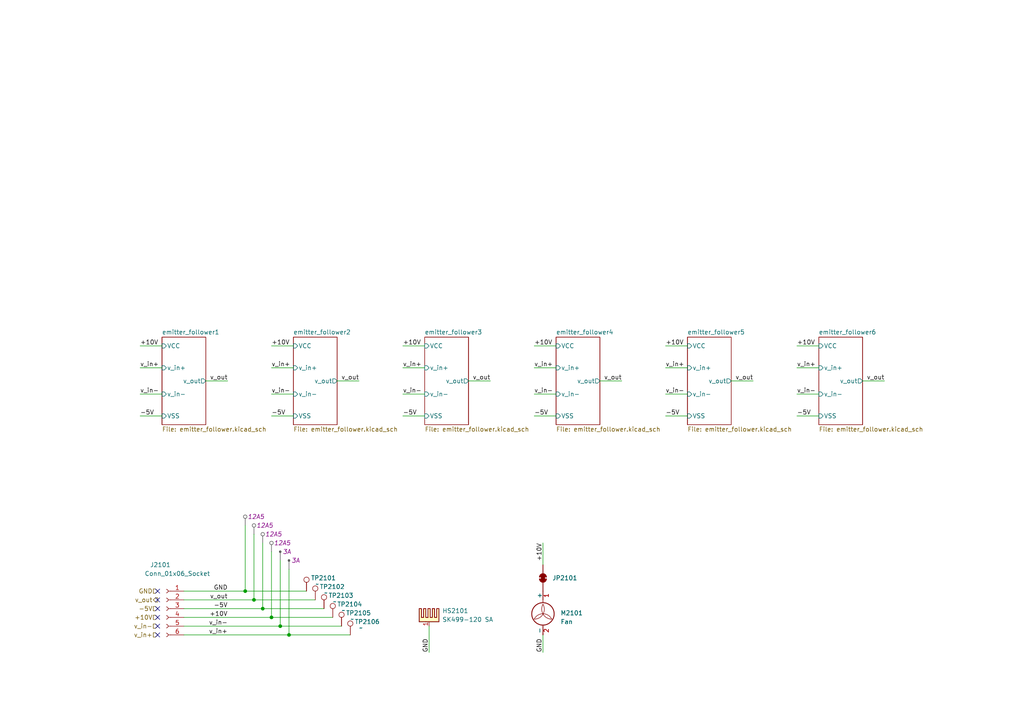
<source format=kicad_sch>
(kicad_sch
	(version 20231120)
	(generator "eeschema")
	(generator_version "8.0")
	(uuid "ec1c9453-60c2-4957-8c12-309aaeb84109")
	(paper "A4")
	(title_block
		(title "Power Supply Sink")
		(date "2024-12-09")
		(rev "0.13.8")
		(company "Open Battery Tester")
		(comment 1 "Outstage Unit")
	)
	(lib_symbols
		(symbol "pss:Conn_01x06_Socket"
			(pin_names
				(offset 1.016) hide)
			(exclude_from_sim no)
			(in_bom yes)
			(on_board yes)
			(property "Reference" "J"
				(at 0 7.62 0)
				(effects
					(font
						(size 1.27 1.27)
					)
				)
			)
			(property "Value" "Conn_01x06_Socket"
				(at 0 -10.16 0)
				(effects
					(font
						(size 1.27 1.27)
					)
				)
			)
			(property "Footprint" ""
				(at 0 0 0)
				(effects
					(font
						(size 1.27 1.27)
					)
					(hide yes)
				)
			)
			(property "Datasheet" "~"
				(at 0 0 0)
				(effects
					(font
						(size 1.27 1.27)
					)
					(hide yes)
				)
			)
			(property "Description" "Generic connector, single row, 01x06, script generated"
				(at 0 0 0)
				(effects
					(font
						(size 1.27 1.27)
					)
					(hide yes)
				)
			)
			(property "ki_locked" ""
				(at 0 0 0)
				(effects
					(font
						(size 1.27 1.27)
					)
				)
			)
			(property "ki_keywords" "connector"
				(at 0 0 0)
				(effects
					(font
						(size 1.27 1.27)
					)
					(hide yes)
				)
			)
			(property "ki_fp_filters" "Connector*:*_1x??_*"
				(at 0 0 0)
				(effects
					(font
						(size 1.27 1.27)
					)
					(hide yes)
				)
			)
			(symbol "Conn_01x06_Socket_1_1"
				(arc
					(start 0 -7.112)
					(mid -0.5058 -7.62)
					(end 0 -8.128)
					(stroke
						(width 0.1524)
						(type default)
					)
					(fill
						(type none)
					)
				)
				(arc
					(start 0 -4.572)
					(mid -0.5058 -5.08)
					(end 0 -5.588)
					(stroke
						(width 0.1524)
						(type default)
					)
					(fill
						(type none)
					)
				)
				(arc
					(start 0 -2.032)
					(mid -0.5058 -2.54)
					(end 0 -3.048)
					(stroke
						(width 0.1524)
						(type default)
					)
					(fill
						(type none)
					)
				)
				(polyline
					(pts
						(xy -1.27 -7.62) (xy -0.508 -7.62)
					)
					(stroke
						(width 0.1524)
						(type default)
					)
					(fill
						(type none)
					)
				)
				(polyline
					(pts
						(xy -1.27 -5.08) (xy -0.508 -5.08)
					)
					(stroke
						(width 0.1524)
						(type default)
					)
					(fill
						(type none)
					)
				)
				(polyline
					(pts
						(xy -1.27 -2.54) (xy -0.508 -2.54)
					)
					(stroke
						(width 0.1524)
						(type default)
					)
					(fill
						(type none)
					)
				)
				(polyline
					(pts
						(xy -1.27 0) (xy -0.508 0)
					)
					(stroke
						(width 0.1524)
						(type default)
					)
					(fill
						(type none)
					)
				)
				(polyline
					(pts
						(xy -1.27 2.54) (xy -0.508 2.54)
					)
					(stroke
						(width 0.1524)
						(type default)
					)
					(fill
						(type none)
					)
				)
				(polyline
					(pts
						(xy -1.27 5.08) (xy -0.508 5.08)
					)
					(stroke
						(width 0.1524)
						(type default)
					)
					(fill
						(type none)
					)
				)
				(arc
					(start 0 0.508)
					(mid -0.5058 0)
					(end 0 -0.508)
					(stroke
						(width 0.1524)
						(type default)
					)
					(fill
						(type none)
					)
				)
				(arc
					(start 0 3.048)
					(mid -0.5058 2.54)
					(end 0 2.032)
					(stroke
						(width 0.1524)
						(type default)
					)
					(fill
						(type none)
					)
				)
				(arc
					(start 0 5.588)
					(mid -0.5058 5.08)
					(end 0 4.572)
					(stroke
						(width 0.1524)
						(type default)
					)
					(fill
						(type none)
					)
				)
				(pin passive line
					(at -5.08 5.08 0)
					(length 3.81)
					(name "Pin_1"
						(effects
							(font
								(size 1.27 1.27)
							)
						)
					)
					(number "1"
						(effects
							(font
								(size 1.27 1.27)
							)
						)
					)
				)
				(pin passive line
					(at -5.08 2.54 0)
					(length 3.81)
					(name "Pin_2"
						(effects
							(font
								(size 1.27 1.27)
							)
						)
					)
					(number "2"
						(effects
							(font
								(size 1.27 1.27)
							)
						)
					)
				)
				(pin passive line
					(at -5.08 0 0)
					(length 3.81)
					(name "Pin_3"
						(effects
							(font
								(size 1.27 1.27)
							)
						)
					)
					(number "3"
						(effects
							(font
								(size 1.27 1.27)
							)
						)
					)
				)
				(pin passive line
					(at -5.08 -2.54 0)
					(length 3.81)
					(name "Pin_4"
						(effects
							(font
								(size 1.27 1.27)
							)
						)
					)
					(number "4"
						(effects
							(font
								(size 1.27 1.27)
							)
						)
					)
				)
				(pin passive line
					(at -5.08 -5.08 0)
					(length 3.81)
					(name "Pin_5"
						(effects
							(font
								(size 1.27 1.27)
							)
						)
					)
					(number "5"
						(effects
							(font
								(size 1.27 1.27)
							)
						)
					)
				)
				(pin passive line
					(at -5.08 -7.62 0)
					(length 3.81)
					(name "Pin_6"
						(effects
							(font
								(size 1.27 1.27)
							)
						)
					)
					(number "6"
						(effects
							(font
								(size 1.27 1.27)
							)
						)
					)
				)
			)
		)
		(symbol "pss:Fan"
			(pin_names
				(offset 0)
			)
			(exclude_from_sim no)
			(in_bom yes)
			(on_board yes)
			(property "Reference" "M"
				(at 2.54 5.08 0)
				(effects
					(font
						(size 1.27 1.27)
					)
					(justify left)
				)
			)
			(property "Value" "Fan"
				(at 2.54 -2.54 0)
				(effects
					(font
						(size 1.27 1.27)
					)
					(justify left top)
				)
			)
			(property "Footprint" ""
				(at 0 0.254 0)
				(effects
					(font
						(size 1.27 1.27)
					)
					(hide yes)
				)
			)
			(property "Datasheet" "~"
				(at 0 0.254 0)
				(effects
					(font
						(size 1.27 1.27)
					)
					(hide yes)
				)
			)
			(property "Description" "Fan"
				(at 0 0 0)
				(effects
					(font
						(size 1.27 1.27)
					)
					(hide yes)
				)
			)
			(property "ki_keywords" "Fan Motor"
				(at 0 0 0)
				(effects
					(font
						(size 1.27 1.27)
					)
					(hide yes)
				)
			)
			(property "ki_fp_filters" "PinHeader*P2.54mm* TerminalBlock*"
				(at 0 0 0)
				(effects
					(font
						(size 1.27 1.27)
					)
					(hide yes)
				)
			)
			(symbol "Fan_0_1"
				(arc
					(start -2.54 -0.508)
					(mid 0.0028 0.9121)
					(end 0 3.81)
					(stroke
						(width 0)
						(type default)
					)
					(fill
						(type none)
					)
				)
				(polyline
					(pts
						(xy 0 -5.08) (xy 0 -4.572)
					)
					(stroke
						(width 0)
						(type default)
					)
					(fill
						(type none)
					)
				)
				(polyline
					(pts
						(xy 0 -2.2352) (xy 0 -2.6416)
					)
					(stroke
						(width 0)
						(type default)
					)
					(fill
						(type none)
					)
				)
				(polyline
					(pts
						(xy 0 4.2672) (xy 0 4.6228)
					)
					(stroke
						(width 0)
						(type default)
					)
					(fill
						(type none)
					)
				)
				(polyline
					(pts
						(xy 0 4.572) (xy 0 5.08)
					)
					(stroke
						(width 0)
						(type default)
					)
					(fill
						(type none)
					)
				)
				(circle
					(center 0 1.016)
					(radius 3.2512)
					(stroke
						(width 0.254)
						(type default)
					)
					(fill
						(type none)
					)
				)
				(arc
					(start 0 3.81)
					(mid 0.053 0.921)
					(end 2.54 -0.508)
					(stroke
						(width 0)
						(type default)
					)
					(fill
						(type none)
					)
				)
				(arc
					(start 2.54 -0.508)
					(mid 0 1.0618)
					(end -2.54 -0.508)
					(stroke
						(width 0)
						(type default)
					)
					(fill
						(type none)
					)
				)
			)
			(symbol "Fan_1_1"
				(pin passive line
					(at 0 7.62 270)
					(length 2.54)
					(name "+"
						(effects
							(font
								(size 1.27 1.27)
							)
						)
					)
					(number "1"
						(effects
							(font
								(size 1.27 1.27)
							)
						)
					)
				)
				(pin passive line
					(at 0 -5.08 90)
					(length 2.54)
					(name "-"
						(effects
							(font
								(size 1.27 1.27)
							)
						)
					)
					(number "2"
						(effects
							(font
								(size 1.27 1.27)
							)
						)
					)
				)
			)
		)
		(symbol "pss:Heatsink_Pad"
			(pin_names
				(offset 0)
			)
			(exclude_from_sim yes)
			(in_bom yes)
			(on_board yes)
			(property "Reference" "HS"
				(at 0 5.715 0)
				(effects
					(font
						(size 1.27 1.27)
					)
				)
			)
			(property "Value" "Heatsink_Pad"
				(at 0 3.81 0)
				(effects
					(font
						(size 1.27 1.27)
					)
				)
			)
			(property "Footprint" ""
				(at 0.3048 -1.27 0)
				(effects
					(font
						(size 1.27 1.27)
					)
					(hide yes)
				)
			)
			(property "Datasheet" "~"
				(at 0.3048 -1.27 0)
				(effects
					(font
						(size 1.27 1.27)
					)
					(hide yes)
				)
			)
			(property "Description" "Heatsink with electrical connection, 1 pin"
				(at 0 0 0)
				(effects
					(font
						(size 1.27 1.27)
					)
					(hide yes)
				)
			)
			(property "ki_keywords" "thermal heat temperature"
				(at 0 0 0)
				(effects
					(font
						(size 1.27 1.27)
					)
					(hide yes)
				)
			)
			(property "ki_fp_filters" "Heatsink_*"
				(at 0 0 0)
				(effects
					(font
						(size 1.27 1.27)
					)
					(hide yes)
				)
			)
			(symbol "Heatsink_Pad_0_1"
				(polyline
					(pts
						(xy -0.3302 0) (xy -0.9652 0) (xy -0.9652 2.54) (xy -1.6002 2.54) (xy -1.6002 0) (xy -2.2352 0)
						(xy -2.2352 2.54) (xy -2.8702 2.54) (xy -2.8702 -1.27) (xy -0.9652 -1.27)
					)
					(stroke
						(width 0.254)
						(type default)
					)
					(fill
						(type background)
					)
				)
				(polyline
					(pts
						(xy -0.3302 0) (xy -0.3302 2.54) (xy 0.3048 2.54) (xy 0.3048 0) (xy 0.9398 0) (xy 0.9398 2.54)
						(xy 1.5748 2.54) (xy 1.5748 0) (xy 2.2098 0) (xy 2.2098 2.54) (xy 2.8448 2.54) (xy 2.8448 -1.27)
						(xy -0.9652 -1.27)
					)
					(stroke
						(width 0.254)
						(type default)
					)
					(fill
						(type background)
					)
				)
			)
			(symbol "Heatsink_Pad_1_1"
				(pin passive line
					(at 0 -2.54 90)
					(length 1.27)
					(name "~"
						(effects
							(font
								(size 1.27 1.27)
							)
						)
					)
					(number "1"
						(effects
							(font
								(size 1.27 1.27)
							)
						)
					)
				)
			)
		)
		(symbol "pss:SolderJumper_2_Bridged"
			(pin_numbers hide)
			(pin_names
				(offset 0) hide)
			(exclude_from_sim yes)
			(in_bom no)
			(on_board yes)
			(property "Reference" "JP"
				(at 0 2.032 0)
				(effects
					(font
						(size 1.27 1.27)
					)
				)
			)
			(property "Value" "SolderJumper_2_Bridged"
				(at 0 -2.54 0)
				(effects
					(font
						(size 1.27 1.27)
					)
				)
			)
			(property "Footprint" ""
				(at 0 0 0)
				(effects
					(font
						(size 1.27 1.27)
					)
					(hide yes)
				)
			)
			(property "Datasheet" "~"
				(at 0 0 0)
				(effects
					(font
						(size 1.27 1.27)
					)
					(hide yes)
				)
			)
			(property "Description" "Solder Jumper, 2-pole, closed/bridged"
				(at 0 0 0)
				(effects
					(font
						(size 1.27 1.27)
					)
					(hide yes)
				)
			)
			(property "ki_keywords" "solder jumper SPST"
				(at 0 0 0)
				(effects
					(font
						(size 1.27 1.27)
					)
					(hide yes)
				)
			)
			(property "ki_fp_filters" "SolderJumper*Bridged*"
				(at 0 0 0)
				(effects
					(font
						(size 1.27 1.27)
					)
					(hide yes)
				)
			)
			(symbol "SolderJumper_2_Bridged_0_1"
				(rectangle
					(start -0.508 0.508)
					(end 0.508 -0.508)
					(stroke
						(width 0)
						(type default)
					)
					(fill
						(type outline)
					)
				)
				(arc
					(start -0.254 1.016)
					(mid -1.2656 0)
					(end -0.254 -1.016)
					(stroke
						(width 0)
						(type default)
					)
					(fill
						(type none)
					)
				)
				(arc
					(start -0.254 1.016)
					(mid -1.2656 0)
					(end -0.254 -1.016)
					(stroke
						(width 0)
						(type default)
					)
					(fill
						(type outline)
					)
				)
				(polyline
					(pts
						(xy -0.254 1.016) (xy -0.254 -1.016)
					)
					(stroke
						(width 0)
						(type default)
					)
					(fill
						(type none)
					)
				)
				(polyline
					(pts
						(xy 0.254 1.016) (xy 0.254 -1.016)
					)
					(stroke
						(width 0)
						(type default)
					)
					(fill
						(type none)
					)
				)
				(arc
					(start 0.254 -1.016)
					(mid 1.2656 0)
					(end 0.254 1.016)
					(stroke
						(width 0)
						(type default)
					)
					(fill
						(type none)
					)
				)
				(arc
					(start 0.254 -1.016)
					(mid 1.2656 0)
					(end 0.254 1.016)
					(stroke
						(width 0)
						(type default)
					)
					(fill
						(type outline)
					)
				)
			)
			(symbol "SolderJumper_2_Bridged_1_1"
				(pin passive line
					(at -3.81 0 0)
					(length 2.54)
					(name "A"
						(effects
							(font
								(size 1.27 1.27)
							)
						)
					)
					(number "1"
						(effects
							(font
								(size 1.27 1.27)
							)
						)
					)
				)
				(pin passive line
					(at 3.81 0 180)
					(length 2.54)
					(name "B"
						(effects
							(font
								(size 1.27 1.27)
							)
						)
					)
					(number "2"
						(effects
							(font
								(size 1.27 1.27)
							)
						)
					)
				)
			)
		)
		(symbol "pss:TestPoint"
			(pin_numbers hide)
			(pin_names
				(offset 0.762) hide)
			(exclude_from_sim no)
			(in_bom yes)
			(on_board yes)
			(property "Reference" "TP"
				(at 0 6.858 0)
				(effects
					(font
						(size 1.27 1.27)
					)
				)
			)
			(property "Value" "TestPoint"
				(at 0 5.08 0)
				(effects
					(font
						(size 1.27 1.27)
					)
				)
			)
			(property "Footprint" ""
				(at 5.08 0 0)
				(effects
					(font
						(size 1.27 1.27)
					)
					(hide yes)
				)
			)
			(property "Datasheet" "~"
				(at 5.08 0 0)
				(effects
					(font
						(size 1.27 1.27)
					)
					(hide yes)
				)
			)
			(property "Description" "test point"
				(at 0 0 0)
				(effects
					(font
						(size 1.27 1.27)
					)
					(hide yes)
				)
			)
			(property "ki_keywords" "test point tp"
				(at 0 0 0)
				(effects
					(font
						(size 1.27 1.27)
					)
					(hide yes)
				)
			)
			(property "ki_fp_filters" "Pin* Test*"
				(at 0 0 0)
				(effects
					(font
						(size 1.27 1.27)
					)
					(hide yes)
				)
			)
			(symbol "TestPoint_0_1"
				(circle
					(center 0 3.302)
					(radius 0.762)
					(stroke
						(width 0)
						(type default)
					)
					(fill
						(type none)
					)
				)
			)
			(symbol "TestPoint_1_1"
				(pin passive line
					(at 0 0 90)
					(length 2.54)
					(name "1"
						(effects
							(font
								(size 1.27 1.27)
							)
						)
					)
					(number "1"
						(effects
							(font
								(size 1.27 1.27)
							)
						)
					)
				)
			)
		)
	)
	(junction
		(at 71.12 171.45)
		(diameter 0)
		(color 0 0 0 0)
		(uuid "74c611fc-4083-4c47-b654-5dc00c9ddb0f")
	)
	(junction
		(at 81.28 181.61)
		(diameter 0)
		(color 0 0 0 0)
		(uuid "b45d37b6-bef6-46a9-8403-f29e63e772e4")
	)
	(junction
		(at 78.74 179.07)
		(diameter 0)
		(color 0 0 0 0)
		(uuid "ba9a1754-d713-49b7-b1af-eabbb1371aa8")
	)
	(junction
		(at 73.66 173.99)
		(diameter 0)
		(color 0 0 0 0)
		(uuid "cfd3784b-5d16-497b-b29a-bf925cf1cb90")
	)
	(junction
		(at 76.2 176.53)
		(diameter 0)
		(color 0 0 0 0)
		(uuid "e550b30d-d2a2-47eb-b3a1-4cd6eabb8437")
	)
	(junction
		(at 83.82 184.15)
		(diameter 0)
		(color 0 0 0 0)
		(uuid "fa0e6fd0-913f-46ad-b7c5-843bfd248c47")
	)
	(no_connect
		(at 45.72 176.53)
		(uuid "72085550-dfff-4a58-888c-3f3c629b7f96")
	)
	(no_connect
		(at 45.72 179.07)
		(uuid "9286097f-e43e-43cd-acb2-ea756dbc4d76")
	)
	(no_connect
		(at 45.72 184.15)
		(uuid "96e855a0-aca3-49a6-86b2-21ccd6410a9b")
	)
	(no_connect
		(at 45.72 173.99)
		(uuid "b27cf928-b817-49b2-bc8c-7a248f6f6caf")
	)
	(no_connect
		(at 45.72 181.61)
		(uuid "d2aee7fc-17de-4c10-bfd7-ad3169bdcbef")
	)
	(no_connect
		(at 45.72 171.45)
		(uuid "e17e4a9d-3fd6-4629-a76c-94906df5e557")
	)
	(wire
		(pts
			(xy 157.48 189.23) (xy 157.48 184.15)
		)
		(stroke
			(width 0)
			(type default)
		)
		(uuid "062b6fb6-5a53-4caf-8fb6-a07b963dd5dd")
	)
	(wire
		(pts
			(xy 193.04 106.68) (xy 199.39 106.68)
		)
		(stroke
			(width 0)
			(type default)
		)
		(uuid "0848b82b-2f1f-4ac2-bc0d-2027a1bed467")
	)
	(wire
		(pts
			(xy 40.64 120.65) (xy 46.99 120.65)
		)
		(stroke
			(width 0)
			(type default)
		)
		(uuid "0d1f31da-8e85-4829-b9ed-cd1730821f3f")
	)
	(wire
		(pts
			(xy 116.84 100.33) (xy 123.19 100.33)
		)
		(stroke
			(width 0)
			(type default)
		)
		(uuid "1231495f-475d-4933-96f1-49b7596b650b")
	)
	(wire
		(pts
			(xy 53.34 171.45) (xy 71.12 171.45)
		)
		(stroke
			(width 0)
			(type default)
		)
		(uuid "221b5167-1767-48d1-8e99-ec576f3dc4d8")
	)
	(wire
		(pts
			(xy 124.46 189.23) (xy 124.46 181.61)
		)
		(stroke
			(width 0)
			(type default)
		)
		(uuid "22d42b6c-9fcb-496d-a696-e9e933ee2fc9")
	)
	(wire
		(pts
			(xy 157.48 157.48) (xy 157.48 163.83)
		)
		(stroke
			(width 0)
			(type default)
		)
		(uuid "23bbbce7-4088-4562-8341-a931de834e8a")
	)
	(wire
		(pts
			(xy 231.14 100.33) (xy 237.49 100.33)
		)
		(stroke
			(width 0)
			(type default)
		)
		(uuid "252084c4-da81-48d7-944f-795391157f95")
	)
	(wire
		(pts
			(xy 83.82 165.1) (xy 83.82 184.15)
		)
		(stroke
			(width 0)
			(type default)
		)
		(uuid "29e85504-b89a-425f-9a9c-5ea33f8249c9")
	)
	(wire
		(pts
			(xy 78.74 106.68) (xy 85.09 106.68)
		)
		(stroke
			(width 0)
			(type default)
		)
		(uuid "377c3f0c-60f7-4210-a128-4eddfeb4ff22")
	)
	(wire
		(pts
			(xy 116.84 114.3) (xy 123.19 114.3)
		)
		(stroke
			(width 0)
			(type default)
		)
		(uuid "3ab51b02-2b03-4977-becb-e46d41a55368")
	)
	(wire
		(pts
			(xy 154.94 106.68) (xy 161.29 106.68)
		)
		(stroke
			(width 0)
			(type default)
		)
		(uuid "3b414e31-9f58-4357-8161-08ec58e96679")
	)
	(wire
		(pts
			(xy 81.28 162.56) (xy 81.28 181.61)
		)
		(stroke
			(width 0)
			(type default)
		)
		(uuid "3d833cd1-9b2c-49de-b754-9f4e3ca7f88c")
	)
	(wire
		(pts
			(xy 53.34 179.07) (xy 78.74 179.07)
		)
		(stroke
			(width 0)
			(type default)
		)
		(uuid "433896fe-1cc2-4648-a53f-a9b2bbeea3a5")
	)
	(wire
		(pts
			(xy 81.28 181.61) (xy 99.06 181.61)
		)
		(stroke
			(width 0)
			(type default)
		)
		(uuid "481930c4-bbb2-4c16-bfce-82f2c2346684")
	)
	(wire
		(pts
			(xy 154.94 114.3) (xy 161.29 114.3)
		)
		(stroke
			(width 0)
			(type default)
		)
		(uuid "4c15a287-a092-4761-b7b7-e03bd2e23310")
	)
	(wire
		(pts
			(xy 73.66 173.99) (xy 91.44 173.99)
		)
		(stroke
			(width 0)
			(type default)
		)
		(uuid "4e8d74b4-d796-45ff-969f-e71196158fe1")
	)
	(wire
		(pts
			(xy 40.64 114.3) (xy 46.99 114.3)
		)
		(stroke
			(width 0)
			(type default)
		)
		(uuid "5309c717-06e8-4c98-8d79-d33e76e84e1b")
	)
	(wire
		(pts
			(xy 250.19 110.49) (xy 256.54 110.49)
		)
		(stroke
			(width 0)
			(type default)
		)
		(uuid "552d816a-f25b-472d-a3e9-30d6c847828b")
	)
	(wire
		(pts
			(xy 231.14 120.65) (xy 237.49 120.65)
		)
		(stroke
			(width 0)
			(type default)
		)
		(uuid "5b7d2af6-2162-40cd-82b6-39e87a1c2430")
	)
	(wire
		(pts
			(xy 40.64 100.33) (xy 46.99 100.33)
		)
		(stroke
			(width 0)
			(type default)
		)
		(uuid "5febf47b-6043-466e-ae64-4505c9006c69")
	)
	(wire
		(pts
			(xy 231.14 114.3) (xy 237.49 114.3)
		)
		(stroke
			(width 0)
			(type default)
		)
		(uuid "6257e681-46de-4c3e-aac6-d5dc9ab680ae")
	)
	(wire
		(pts
			(xy 53.34 173.99) (xy 73.66 173.99)
		)
		(stroke
			(width 0)
			(type default)
		)
		(uuid "64ec33fa-4f81-49ce-8a94-9e113e38aeab")
	)
	(wire
		(pts
			(xy 193.04 120.65) (xy 199.39 120.65)
		)
		(stroke
			(width 0)
			(type default)
		)
		(uuid "6922a46e-d0b7-405b-9d98-ca802cd47ea4")
	)
	(wire
		(pts
			(xy 71.12 171.45) (xy 88.9 171.45)
		)
		(stroke
			(width 0)
			(type default)
		)
		(uuid "70fa3da4-2efa-4818-a78a-ff2f5b504a05")
	)
	(wire
		(pts
			(xy 78.74 120.65) (xy 85.09 120.65)
		)
		(stroke
			(width 0)
			(type default)
		)
		(uuid "72f269d1-289e-44ac-9ef3-fdfe95ed7cf3")
	)
	(wire
		(pts
			(xy 53.34 181.61) (xy 81.28 181.61)
		)
		(stroke
			(width 0)
			(type default)
		)
		(uuid "76b7d3bc-717e-4e66-9e96-2fb67f46b39d")
	)
	(wire
		(pts
			(xy 212.09 110.49) (xy 218.44 110.49)
		)
		(stroke
			(width 0)
			(type default)
		)
		(uuid "76c1c04d-e1ae-4f84-9a44-ab23df665a16")
	)
	(wire
		(pts
			(xy 193.04 100.33) (xy 199.39 100.33)
		)
		(stroke
			(width 0)
			(type default)
		)
		(uuid "7ade269d-ce28-4c3e-9eb2-76552a0efbd0")
	)
	(wire
		(pts
			(xy 193.04 114.3) (xy 199.39 114.3)
		)
		(stroke
			(width 0)
			(type default)
		)
		(uuid "80228ac7-c690-47a0-8fef-011671765df6")
	)
	(wire
		(pts
			(xy 135.89 110.49) (xy 142.24 110.49)
		)
		(stroke
			(width 0)
			(type default)
		)
		(uuid "96c3d8d2-93ca-42ea-ac8e-f6d817dcf9e7")
	)
	(wire
		(pts
			(xy 53.34 184.15) (xy 83.82 184.15)
		)
		(stroke
			(width 0)
			(type default)
		)
		(uuid "9c578835-0d74-4618-8996-647a9d84e909")
	)
	(wire
		(pts
			(xy 231.14 106.68) (xy 237.49 106.68)
		)
		(stroke
			(width 0)
			(type default)
		)
		(uuid "9d063063-8a64-4f65-a946-e421248cbec9")
	)
	(wire
		(pts
			(xy 116.84 120.65) (xy 123.19 120.65)
		)
		(stroke
			(width 0)
			(type default)
		)
		(uuid "a53c74bc-a50c-43f1-84a9-72cf3da3f1a3")
	)
	(wire
		(pts
			(xy 154.94 120.65) (xy 161.29 120.65)
		)
		(stroke
			(width 0)
			(type default)
		)
		(uuid "a6cdc33b-4194-44e2-a13c-4a9a05bf55fe")
	)
	(wire
		(pts
			(xy 71.12 152.4) (xy 71.12 171.45)
		)
		(stroke
			(width 0)
			(type default)
		)
		(uuid "bb97adee-bf3b-48ac-aa72-7dd1e03b2418")
	)
	(wire
		(pts
			(xy 78.74 179.07) (xy 96.52 179.07)
		)
		(stroke
			(width 0)
			(type default)
		)
		(uuid "bbc64531-4871-471f-ba37-4e429d604c68")
	)
	(wire
		(pts
			(xy 116.84 106.68) (xy 123.19 106.68)
		)
		(stroke
			(width 0)
			(type default)
		)
		(uuid "c2500c17-4f7f-43fb-94ed-d89a83d18737")
	)
	(wire
		(pts
			(xy 78.74 100.33) (xy 85.09 100.33)
		)
		(stroke
			(width 0)
			(type default)
		)
		(uuid "c55173ae-ded9-4379-9fde-7a8dc830f821")
	)
	(wire
		(pts
			(xy 40.64 106.68) (xy 46.99 106.68)
		)
		(stroke
			(width 0)
			(type default)
		)
		(uuid "cd058433-a6e4-44f4-95f4-3c96b204f02c")
	)
	(wire
		(pts
			(xy 154.94 100.33) (xy 161.29 100.33)
		)
		(stroke
			(width 0)
			(type default)
		)
		(uuid "d18f3de1-dc77-47b4-b3a3-7c406d273607")
	)
	(wire
		(pts
			(xy 78.74 114.3) (xy 85.09 114.3)
		)
		(stroke
			(width 0)
			(type default)
		)
		(uuid "d3fc6b5f-5994-4c0e-8c5a-3fcc73ea4918")
	)
	(wire
		(pts
			(xy 76.2 157.48) (xy 76.2 176.53)
		)
		(stroke
			(width 0)
			(type default)
		)
		(uuid "d550f19f-3657-4a60-89ab-32bf4ee49727")
	)
	(wire
		(pts
			(xy 76.2 176.53) (xy 93.98 176.53)
		)
		(stroke
			(width 0)
			(type default)
		)
		(uuid "da64c29e-c81e-4686-9e3c-cf06306dd0a0")
	)
	(wire
		(pts
			(xy 97.79 110.49) (xy 104.14 110.49)
		)
		(stroke
			(width 0)
			(type default)
		)
		(uuid "de08e8a0-ff6b-4ba4-9e72-1e6a7480fc91")
	)
	(wire
		(pts
			(xy 83.82 184.15) (xy 101.6 184.15)
		)
		(stroke
			(width 0)
			(type default)
		)
		(uuid "e3129fda-ec2e-4eee-aae0-402dee4fc2ce")
	)
	(wire
		(pts
			(xy 59.69 110.49) (xy 66.04 110.49)
		)
		(stroke
			(width 0)
			(type default)
		)
		(uuid "e89e227e-9e52-4cdc-bf66-7968b76691d3")
	)
	(wire
		(pts
			(xy 53.34 176.53) (xy 76.2 176.53)
		)
		(stroke
			(width 0)
			(type default)
		)
		(uuid "e97a3c07-3240-49f8-be41-999ff4e68ddf")
	)
	(wire
		(pts
			(xy 78.74 160.02) (xy 78.74 179.07)
		)
		(stroke
			(width 0)
			(type default)
		)
		(uuid "efa7acd8-5347-4a52-9ccf-61e17b94f37d")
	)
	(wire
		(pts
			(xy 73.66 154.94) (xy 73.66 173.99)
		)
		(stroke
			(width 0)
			(type default)
		)
		(uuid "f5301c40-57af-4ff5-a1ac-dd998f21fc31")
	)
	(wire
		(pts
			(xy 173.99 110.49) (xy 180.34 110.49)
		)
		(stroke
			(width 0)
			(type default)
		)
		(uuid "fd7b5fc6-49da-42cb-98ea-d055afcd970f")
	)
	(label "GND"
		(at 124.46 189.23 90)
		(fields_autoplaced yes)
		(effects
			(font
				(size 1.27 1.27)
			)
			(justify left bottom)
		)
		(uuid "08bad84d-5436-4d17-9e29-7e13b3c737bb")
	)
	(label "v_out"
		(at 218.44 110.49 180)
		(fields_autoplaced yes)
		(effects
			(font
				(size 1.27 1.27)
			)
			(justify right bottom)
		)
		(uuid "10963db1-6a8b-48b4-a441-1971b34205ea")
	)
	(label "GND"
		(at 66.04 171.45 180)
		(fields_autoplaced yes)
		(effects
			(font
				(size 1.27 1.27)
			)
			(justify right bottom)
		)
		(uuid "13c58061-c10e-49b1-9ac7-a3728d653d43")
	)
	(label "v_in+"
		(at 231.14 106.68 0)
		(fields_autoplaced yes)
		(effects
			(font
				(size 1.27 1.27)
			)
			(justify left bottom)
		)
		(uuid "162e5689-bd5f-49ea-9d14-bd51411cd733")
	)
	(label "-5V"
		(at 40.64 120.65 0)
		(fields_autoplaced yes)
		(effects
			(font
				(size 1.27 1.27)
			)
			(justify left bottom)
		)
		(uuid "18f58c7e-e70d-439c-a154-a972f5917705")
	)
	(label "v_in-"
		(at 193.04 114.3 0)
		(fields_autoplaced yes)
		(effects
			(font
				(size 1.27 1.27)
			)
			(justify left bottom)
		)
		(uuid "1f1dd811-64a4-42da-aefc-697423d455a3")
	)
	(label "-5V"
		(at 193.04 120.65 0)
		(fields_autoplaced yes)
		(effects
			(font
				(size 1.27 1.27)
			)
			(justify left bottom)
		)
		(uuid "21f1fb64-57eb-446a-a494-9767bd0676ab")
	)
	(label "v_in+"
		(at 78.74 106.68 0)
		(fields_autoplaced yes)
		(effects
			(font
				(size 1.27 1.27)
			)
			(justify left bottom)
		)
		(uuid "27309f49-bd08-411e-a8af-27f78acac288")
	)
	(label "+10V"
		(at 231.14 100.33 0)
		(fields_autoplaced yes)
		(effects
			(font
				(size 1.27 1.27)
			)
			(justify left bottom)
		)
		(uuid "28679207-9037-4980-9ac2-8f1f701f5227")
	)
	(label "+10V"
		(at 154.94 100.33 0)
		(fields_autoplaced yes)
		(effects
			(font
				(size 1.27 1.27)
			)
			(justify left bottom)
		)
		(uuid "2e927292-c177-4cd1-b8e1-9554a508c298")
	)
	(label "+10V"
		(at 40.64 100.33 0)
		(fields_autoplaced yes)
		(effects
			(font
				(size 1.27 1.27)
			)
			(justify left bottom)
		)
		(uuid "320d88c9-2034-41a3-9c1e-3e52b41adf33")
	)
	(label "v_out"
		(at 256.54 110.49 180)
		(fields_autoplaced yes)
		(effects
			(font
				(size 1.27 1.27)
			)
			(justify right bottom)
		)
		(uuid "3e4d5267-effb-491b-98d8-222e495d2398")
	)
	(label "v_in-"
		(at 154.94 114.3 0)
		(fields_autoplaced yes)
		(effects
			(font
				(size 1.27 1.27)
			)
			(justify left bottom)
		)
		(uuid "47f2f1f8-02f5-4a18-bd2c-1a483673c450")
	)
	(label "v_in+"
		(at 154.94 106.68 0)
		(fields_autoplaced yes)
		(effects
			(font
				(size 1.27 1.27)
			)
			(justify left bottom)
		)
		(uuid "49d6e238-1b52-4002-b3fe-c2967c883e4d")
	)
	(label "GND"
		(at 157.48 189.23 90)
		(fields_autoplaced yes)
		(effects
			(font
				(size 1.27 1.27)
			)
			(justify left bottom)
		)
		(uuid "5c49e2b5-896b-4cd8-9348-b3d105ca0c4e")
	)
	(label "v_out"
		(at 180.34 110.49 180)
		(fields_autoplaced yes)
		(effects
			(font
				(size 1.27 1.27)
			)
			(justify right bottom)
		)
		(uuid "68f601ab-bd3d-45d6-9ac7-33ad5af78333")
	)
	(label "-5V"
		(at 66.04 176.53 180)
		(fields_autoplaced yes)
		(effects
			(font
				(size 1.27 1.27)
			)
			(justify right bottom)
		)
		(uuid "71a077a6-5e9d-4590-91f1-3cb1070554d6")
	)
	(label "v_out"
		(at 66.04 173.99 180)
		(fields_autoplaced yes)
		(effects
			(font
				(size 1.27 1.27)
			)
			(justify right bottom)
		)
		(uuid "727a8203-6688-4a6f-891a-f05df78be7c5")
	)
	(label "-5V"
		(at 78.74 120.65 0)
		(fields_autoplaced yes)
		(effects
			(font
				(size 1.27 1.27)
			)
			(justify left bottom)
		)
		(uuid "7e69878f-f6d2-4708-beca-7bc36153944b")
	)
	(label "v_in-"
		(at 116.84 114.3 0)
		(fields_autoplaced yes)
		(effects
			(font
				(size 1.27 1.27)
			)
			(justify left bottom)
		)
		(uuid "80ee9d89-0218-47e4-ad8d-bb1571677426")
	)
	(label "+10V"
		(at 157.48 157.48 270)
		(fields_autoplaced yes)
		(effects
			(font
				(size 1.27 1.27)
			)
			(justify right bottom)
		)
		(uuid "830565a1-7c4a-4965-8754-33d6492f00f7")
	)
	(label "+10V"
		(at 116.84 100.33 0)
		(fields_autoplaced yes)
		(effects
			(font
				(size 1.27 1.27)
			)
			(justify left bottom)
		)
		(uuid "840fd7f6-bb1b-46b5-8b3b-e4cd86a67288")
	)
	(label "v_in+"
		(at 66.04 184.15 180)
		(fields_autoplaced yes)
		(effects
			(font
				(size 1.27 1.27)
			)
			(justify right bottom)
		)
		(uuid "8878c0d3-01c5-4735-840e-2920b47ca5fc")
	)
	(label "v_in-"
		(at 40.64 114.3 0)
		(fields_autoplaced yes)
		(effects
			(font
				(size 1.27 1.27)
			)
			(justify left bottom)
		)
		(uuid "8db4fd78-c686-4b61-b0b2-174c52cd1e39")
	)
	(label "+10V"
		(at 193.04 100.33 0)
		(fields_autoplaced yes)
		(effects
			(font
				(size 1.27 1.27)
			)
			(justify left bottom)
		)
		(uuid "9d92f629-f4fa-4410-93fd-064e7432e590")
	)
	(label "+10V"
		(at 66.04 179.07 180)
		(fields_autoplaced yes)
		(effects
			(font
				(size 1.27 1.27)
			)
			(justify right bottom)
		)
		(uuid "a278692a-c491-4fd0-a754-3bd6847b8991")
	)
	(label "v_in+"
		(at 193.04 106.68 0)
		(fields_autoplaced yes)
		(effects
			(font
				(size 1.27 1.27)
			)
			(justify left bottom)
		)
		(uuid "a90e8db5-3f67-41cb-b126-a1bfe6475b68")
	)
	(label "v_out"
		(at 142.24 110.49 180)
		(fields_autoplaced yes)
		(effects
			(font
				(size 1.27 1.27)
			)
			(justify right bottom)
		)
		(uuid "afb0912d-ace9-4d98-ab05-649f5901d770")
	)
	(label "v_out"
		(at 104.14 110.49 180)
		(fields_autoplaced yes)
		(effects
			(font
				(size 1.27 1.27)
			)
			(justify right bottom)
		)
		(uuid "b917e3fc-5bb7-4afe-8a7f-a2e9c93fc0cc")
	)
	(label "-5V"
		(at 154.94 120.65 0)
		(fields_autoplaced yes)
		(effects
			(font
				(size 1.27 1.27)
			)
			(justify left bottom)
		)
		(uuid "b9ef5d34-0b8e-4423-ad42-60cd7fc78538")
	)
	(label "v_in-"
		(at 78.74 114.3 0)
		(fields_autoplaced yes)
		(effects
			(font
				(size 1.27 1.27)
			)
			(justify left bottom)
		)
		(uuid "ca92c525-4f5c-4fda-a9cd-42e68e168a4f")
	)
	(label "v_out"
		(at 66.04 110.49 180)
		(fields_autoplaced yes)
		(effects
			(font
				(size 1.27 1.27)
			)
			(justify right bottom)
		)
		(uuid "d366cfb5-00fe-4dbb-bbf1-053cf4425591")
	)
	(label "v_in+"
		(at 40.64 106.68 0)
		(fields_autoplaced yes)
		(effects
			(font
				(size 1.27 1.27)
			)
			(justify left bottom)
		)
		(uuid "dac33a52-4131-48ab-8216-60cdd8644501")
	)
	(label "v_in+"
		(at 116.84 106.68 0)
		(fields_autoplaced yes)
		(effects
			(font
				(size 1.27 1.27)
			)
			(justify left bottom)
		)
		(uuid "dd802dbc-6310-4ae0-a51e-0ab35a30d158")
	)
	(label "+10V"
		(at 78.74 100.33 0)
		(fields_autoplaced yes)
		(effects
			(font
				(size 1.27 1.27)
			)
			(justify left bottom)
		)
		(uuid "e0162418-43dd-4ce9-a2a8-5f35027ca2ce")
	)
	(label "v_in-"
		(at 231.14 114.3 0)
		(fields_autoplaced yes)
		(effects
			(font
				(size 1.27 1.27)
			)
			(justify left bottom)
		)
		(uuid "e4834b12-f9e9-4e79-b9cc-590cdc6d9b26")
	)
	(label "-5V"
		(at 231.14 120.65 0)
		(fields_autoplaced yes)
		(effects
			(font
				(size 1.27 1.27)
			)
			(justify left bottom)
		)
		(uuid "e620638a-afc2-419f-8252-edb5cd821c15")
	)
	(label "v_in-"
		(at 66.04 181.61 180)
		(fields_autoplaced yes)
		(effects
			(font
				(size 1.27 1.27)
			)
			(justify right bottom)
		)
		(uuid "e8bb0b5d-40e6-4654-8ba2-c47093344a04")
	)
	(label "-5V"
		(at 116.84 120.65 0)
		(fields_autoplaced yes)
		(effects
			(font
				(size 1.27 1.27)
			)
			(justify left bottom)
		)
		(uuid "fe68855d-a5a0-4a5a-8920-587d4fe4f493")
	)
	(hierarchical_label "-5V"
		(shape input)
		(at 45.72 176.53 180)
		(fields_autoplaced yes)
		(effects
			(font
				(size 1.27 1.27)
			)
			(justify right)
		)
		(uuid "04c2a7c3-d130-493b-8725-8a22240be409")
	)
	(hierarchical_label "GND"
		(shape input)
		(at 45.72 171.45 180)
		(fields_autoplaced yes)
		(effects
			(font
				(size 1.27 1.27)
			)
			(justify right)
		)
		(uuid "3aa3edc0-744c-4c6e-8f0b-435dbf2333d3")
	)
	(hierarchical_label "v_in+"
		(shape input)
		(at 45.72 184.15 180)
		(fields_autoplaced yes)
		(effects
			(font
				(size 1.27 1.27)
			)
			(justify right)
		)
		(uuid "3d88cda6-190e-467d-8902-cf74ee936a6b")
	)
	(hierarchical_label "+10V"
		(shape input)
		(at 45.72 179.07 180)
		(fields_autoplaced yes)
		(effects
			(font
				(size 1.27 1.27)
			)
			(justify right)
		)
		(uuid "4d68958d-a317-46c3-a2bc-94e281620d03")
	)
	(hierarchical_label "v_in-"
		(shape input)
		(at 45.72 181.61 180)
		(fields_autoplaced yes)
		(effects
			(font
				(size 1.27 1.27)
			)
			(justify right)
		)
		(uuid "7f29917d-bc7a-48e6-bac6-67b4437f7674")
	)
	(hierarchical_label "v_out"
		(shape output)
		(at 45.72 173.99 180)
		(fields_autoplaced yes)
		(effects
			(font
				(size 1.27 1.27)
			)
			(justify right)
		)
		(uuid "fb45a9c7-b24f-4348-839b-65ea94b26c32")
	)
	(netclass_flag ""
		(length 2.54)
		(shape dot)
		(at 83.82 165.1 0)
		(fields_autoplaced yes)
		(effects
			(font
				(size 1.27 1.27)
			)
			(justify left bottom)
		)
		(uuid "2799f487-7848-4dac-9cc3-2e09aa9b5c46")
		(property "Netclass" "3A"
			(at 84.5185 162.56 0)
			(effects
				(font
					(size 1.27 1.27)
					(italic yes)
				)
				(justify left)
			)
		)
	)
	(netclass_flag ""
		(length 2.54)
		(shape round)
		(at 71.12 152.4 0)
		(fields_autoplaced yes)
		(effects
			(font
				(size 1.27 1.27)
			)
			(justify left bottom)
		)
		(uuid "543c9596-728b-47fe-ac16-516e5624c6d0")
		(property "Netclass" "12A5"
			(at 71.8185 149.86 0)
			(effects
				(font
					(size 1.27 1.27)
					(italic yes)
				)
				(justify left)
			)
		)
	)
	(netclass_flag ""
		(length 2.54)
		(shape dot)
		(at 81.28 162.56 0)
		(fields_autoplaced yes)
		(effects
			(font
				(size 1.27 1.27)
			)
			(justify left bottom)
		)
		(uuid "7aa92352-38a4-4d39-ac33-224e324e7338")
		(property "Netclass" "3A"
			(at 81.9785 160.02 0)
			(effects
				(font
					(size 1.27 1.27)
					(italic yes)
				)
				(justify left)
			)
		)
	)
	(netclass_flag ""
		(length 2.54)
		(shape round)
		(at 76.2 157.48 0)
		(fields_autoplaced yes)
		(effects
			(font
				(size 1.27 1.27)
			)
			(justify left bottom)
		)
		(uuid "8579dbb9-fb92-4df0-96ec-7b9319cb7193")
		(property "Netclass" "12A5"
			(at 76.8985 154.94 0)
			(effects
				(font
					(size 1.27 1.27)
					(italic yes)
				)
				(justify left)
			)
		)
	)
	(netclass_flag ""
		(length 2.54)
		(shape round)
		(at 73.66 154.94 0)
		(fields_autoplaced yes)
		(effects
			(font
				(size 1.27 1.27)
			)
			(justify left bottom)
		)
		(uuid "a2aaf475-a8f3-4525-a53c-517b76726be0")
		(property "Netclass" "12A5"
			(at 74.3585 152.4 0)
			(effects
				(font
					(size 1.27 1.27)
					(italic yes)
				)
				(justify left)
			)
		)
	)
	(netclass_flag ""
		(length 2.54)
		(shape round)
		(at 78.74 160.02 0)
		(fields_autoplaced yes)
		(effects
			(font
				(size 1.27 1.27)
			)
			(justify left bottom)
		)
		(uuid "a81ace61-3ea0-49b3-87fd-94f8ebd5fa42")
		(property "Netclass" "12A5"
			(at 79.4385 157.48 0)
			(effects
				(font
					(size 1.27 1.27)
					(italic yes)
				)
				(justify left)
			)
		)
	)
	(symbol
		(lib_id "pss:Heatsink_Pad")
		(at 124.46 179.07 0)
		(unit 1)
		(exclude_from_sim yes)
		(in_bom yes)
		(on_board yes)
		(dnp no)
		(fields_autoplaced yes)
		(uuid "2dd21d99-efb8-423b-9dbc-659172b60eb8")
		(property "Reference" "HS2101"
			(at 128.27 177.1649 0)
			(effects
				(font
					(size 1.27 1.27)
				)
				(justify left)
			)
		)
		(property "Value" "SK499-120 SA"
			(at 128.27 179.7049 0)
			(effects
				(font
					(size 1.27 1.27)
				)
				(justify left)
			)
		)
		(property "Footprint" "pss:Heatsink_Fischer_SK499-120_46x120mm_h33mm_Drill3.5mm_ScrewM3"
			(at 124.7648 180.34 0)
			(effects
				(font
					(size 1.27 1.27)
				)
				(hide yes)
			)
		)
		(property "Datasheet" "./datasheet/SK499-120SA.pdf"
			(at 124.7648 180.34 0)
			(effects
				(font
					(size 1.27 1.27)
				)
				(hide yes)
			)
		)
		(property "Description" "Heatsink with electrical connection, 1 pin"
			(at 124.46 179.07 0)
			(effects
				(font
					(size 1.27 1.27)
				)
				(hide yes)
			)
		)
		(property "VPN" ""
			(at 124.46 179.07 0)
			(effects
				(font
					(size 1.27 1.27)
				)
				(hide yes)
			)
		)
		(property "MPN" "SK499-120 SA"
			(at 124.46 179.07 0)
			(effects
				(font
					(size 1.27 1.27)
				)
				(hide yes)
			)
		)
		(pin "1"
			(uuid "672c965e-bd1a-4385-b261-04808e20e9dc")
		)
		(instances
			(project "pss"
				(path "/3c438cf7-9350-4e9f-8115-1deba8984176/777b1eda-6785-4110-8355-6bbe24d3f5d7/fa72958a-5878-4cc9-a5da-a04578e325a8/a6587f7b-5fda-4f76-b65b-50d5b619af4b"
					(reference "HS2101")
					(unit 1)
				)
				(path "/3c438cf7-9350-4e9f-8115-1deba8984176/777b1eda-6785-4110-8355-6bbe24d3f5d7/fa72958a-5878-4cc9-a5da-a04578e325a8/b0be2a0f-2315-4f26-8d28-b2e635d0451b"
					(reference "HS2801")
					(unit 1)
				)
			)
		)
	)
	(symbol
		(lib_id "pss:SolderJumper_2_Bridged")
		(at 157.48 167.64 270)
		(unit 1)
		(exclude_from_sim yes)
		(in_bom no)
		(on_board yes)
		(dnp no)
		(uuid "35319ff6-4b1f-4b51-a204-29f6674fc1ec")
		(property "Reference" "JP2101"
			(at 163.83 167.64 90)
			(effects
				(font
					(size 1.27 1.27)
				)
			)
		)
		(property "Value" "SolderJumper_2_Bridged"
			(at 162.56 105.41 0)
			(effects
				(font
					(size 1.27 1.27)
				)
				(hide yes)
			)
		)
		(property "Footprint" "pss:SolderJumper-2_P1.3mm_Bridged-Soldermask-Paste_RoundedPad1.0x1.5mm"
			(at 157.48 167.64 0)
			(effects
				(font
					(size 1.27 1.27)
				)
				(hide yes)
			)
		)
		(property "Datasheet" "~"
			(at 157.48 167.64 0)
			(effects
				(font
					(size 1.27 1.27)
				)
				(hide yes)
			)
		)
		(property "Description" "Solder Jumper, 2-pole, closed/bridged"
			(at 157.48 167.64 0)
			(effects
				(font
					(size 1.27 1.27)
				)
				(hide yes)
			)
		)
		(pin "2"
			(uuid "666da06e-04e4-4d25-99d3-8d113294e580")
		)
		(pin "1"
			(uuid "7ea6ee5b-9e76-4896-a6af-0e97f3c057c9")
		)
		(instances
			(project "pss"
				(path "/3c438cf7-9350-4e9f-8115-1deba8984176/777b1eda-6785-4110-8355-6bbe24d3f5d7/fa72958a-5878-4cc9-a5da-a04578e325a8/a6587f7b-5fda-4f76-b65b-50d5b619af4b"
					(reference "JP2101")
					(unit 1)
				)
				(path "/3c438cf7-9350-4e9f-8115-1deba8984176/777b1eda-6785-4110-8355-6bbe24d3f5d7/fa72958a-5878-4cc9-a5da-a04578e325a8/b0be2a0f-2315-4f26-8d28-b2e635d0451b"
					(reference "JP2801")
					(unit 1)
				)
			)
		)
	)
	(symbol
		(lib_id "pss:TestPoint")
		(at 93.98 176.53 0)
		(unit 1)
		(exclude_from_sim no)
		(in_bom yes)
		(on_board yes)
		(dnp no)
		(uuid "52f04f83-ac4b-493f-b435-cb8624774760")
		(property "Reference" "TP2103"
			(at 95.25 172.72 0)
			(effects
				(font
					(size 1.27 1.27)
				)
				(justify left)
			)
		)
		(property "Value" "~"
			(at 96.52 174.4979 0)
			(effects
				(font
					(size 1.27 1.27)
				)
				(justify left)
			)
		)
		(property "Footprint" "pss:TP_0805_2012Metric"
			(at 99.06 176.53 0)
			(effects
				(font
					(size 1.27 1.27)
				)
				(hide yes)
			)
		)
		(property "Datasheet" "./datasheet/RCTCTE.pdf"
			(at 99.06 176.53 0)
			(effects
				(font
					(size 1.27 1.27)
				)
				(hide yes)
			)
		)
		(property "Description" "test point"
			(at 93.98 176.53 0)
			(effects
				(font
					(size 1.27 1.27)
				)
				(hide yes)
			)
		)
		(property "MPN" "RCTCTE"
			(at 93.98 176.53 0)
			(effects
				(font
					(size 1.27 1.27)
				)
				(hide yes)
			)
		)
		(property "VPN" "660-RCTCTE"
			(at 93.98 176.53 0)
			(effects
				(font
					(size 1.27 1.27)
				)
				(hide yes)
			)
		)
		(pin "1"
			(uuid "4e4ac67d-c013-4af0-9bc5-fd6278113523")
		)
		(instances
			(project "pss"
				(path "/3c438cf7-9350-4e9f-8115-1deba8984176/777b1eda-6785-4110-8355-6bbe24d3f5d7/fa72958a-5878-4cc9-a5da-a04578e325a8/a6587f7b-5fda-4f76-b65b-50d5b619af4b"
					(reference "TP2103")
					(unit 1)
				)
				(path "/3c438cf7-9350-4e9f-8115-1deba8984176/777b1eda-6785-4110-8355-6bbe24d3f5d7/fa72958a-5878-4cc9-a5da-a04578e325a8/b0be2a0f-2315-4f26-8d28-b2e635d0451b"
					(reference "TP2803")
					(unit 1)
				)
			)
		)
	)
	(symbol
		(lib_id "pss:TestPoint")
		(at 91.44 173.99 0)
		(unit 1)
		(exclude_from_sim no)
		(in_bom yes)
		(on_board yes)
		(dnp no)
		(uuid "7028cd68-9e4f-4ad1-a3d1-d231f7a6c34e")
		(property "Reference" "TP2102"
			(at 92.71 170.18 0)
			(effects
				(font
					(size 1.27 1.27)
				)
				(justify left)
			)
		)
		(property "Value" "~"
			(at 93.98 171.9579 0)
			(effects
				(font
					(size 1.27 1.27)
				)
				(justify left)
			)
		)
		(property "Footprint" "pss:TP_0805_2012Metric"
			(at 96.52 173.99 0)
			(effects
				(font
					(size 1.27 1.27)
				)
				(hide yes)
			)
		)
		(property "Datasheet" "./datasheet/RCTCTE.pdf"
			(at 96.52 173.99 0)
			(effects
				(font
					(size 1.27 1.27)
				)
				(hide yes)
			)
		)
		(property "Description" "test point"
			(at 91.44 173.99 0)
			(effects
				(font
					(size 1.27 1.27)
				)
				(hide yes)
			)
		)
		(property "MPN" "RCTCTE"
			(at 91.44 173.99 0)
			(effects
				(font
					(size 1.27 1.27)
				)
				(hide yes)
			)
		)
		(property "VPN" "660-RCTCTE"
			(at 91.44 173.99 0)
			(effects
				(font
					(size 1.27 1.27)
				)
				(hide yes)
			)
		)
		(pin "1"
			(uuid "15285f3e-cedd-4a7a-8f6c-1485ac5bea03")
		)
		(instances
			(project "pss"
				(path "/3c438cf7-9350-4e9f-8115-1deba8984176/777b1eda-6785-4110-8355-6bbe24d3f5d7/fa72958a-5878-4cc9-a5da-a04578e325a8/a6587f7b-5fda-4f76-b65b-50d5b619af4b"
					(reference "TP2102")
					(unit 1)
				)
				(path "/3c438cf7-9350-4e9f-8115-1deba8984176/777b1eda-6785-4110-8355-6bbe24d3f5d7/fa72958a-5878-4cc9-a5da-a04578e325a8/b0be2a0f-2315-4f26-8d28-b2e635d0451b"
					(reference "TP2802")
					(unit 1)
				)
			)
		)
	)
	(symbol
		(lib_id "pss:TestPoint")
		(at 96.52 179.07 0)
		(unit 1)
		(exclude_from_sim no)
		(in_bom yes)
		(on_board yes)
		(dnp no)
		(uuid "8739319c-f017-404d-a212-7ea3b10b6324")
		(property "Reference" "TP2104"
			(at 97.79 175.26 0)
			(effects
				(font
					(size 1.27 1.27)
				)
				(justify left)
			)
		)
		(property "Value" "~"
			(at 99.06 177.0379 0)
			(effects
				(font
					(size 1.27 1.27)
				)
				(justify left)
			)
		)
		(property "Footprint" "pss:TP_0805_2012Metric"
			(at 101.6 179.07 0)
			(effects
				(font
					(size 1.27 1.27)
				)
				(hide yes)
			)
		)
		(property "Datasheet" "./datasheet/RCTCTE.pdf"
			(at 101.6 179.07 0)
			(effects
				(font
					(size 1.27 1.27)
				)
				(hide yes)
			)
		)
		(property "Description" "test point"
			(at 96.52 179.07 0)
			(effects
				(font
					(size 1.27 1.27)
				)
				(hide yes)
			)
		)
		(property "MPN" "RCTCTE"
			(at 96.52 179.07 0)
			(effects
				(font
					(size 1.27 1.27)
				)
				(hide yes)
			)
		)
		(property "VPN" "660-RCTCTE"
			(at 96.52 179.07 0)
			(effects
				(font
					(size 1.27 1.27)
				)
				(hide yes)
			)
		)
		(pin "1"
			(uuid "8b3b4364-a6a1-441f-b27f-939152c45eaa")
		)
		(instances
			(project "pss"
				(path "/3c438cf7-9350-4e9f-8115-1deba8984176/777b1eda-6785-4110-8355-6bbe24d3f5d7/fa72958a-5878-4cc9-a5da-a04578e325a8/a6587f7b-5fda-4f76-b65b-50d5b619af4b"
					(reference "TP2104")
					(unit 1)
				)
				(path "/3c438cf7-9350-4e9f-8115-1deba8984176/777b1eda-6785-4110-8355-6bbe24d3f5d7/fa72958a-5878-4cc9-a5da-a04578e325a8/b0be2a0f-2315-4f26-8d28-b2e635d0451b"
					(reference "TP2804")
					(unit 1)
				)
			)
		)
	)
	(symbol
		(lib_id "pss:TestPoint")
		(at 101.6 184.15 0)
		(unit 1)
		(exclude_from_sim no)
		(in_bom yes)
		(on_board yes)
		(dnp no)
		(uuid "9ea92505-c91a-4f78-94a4-1939b9f644ac")
		(property "Reference" "TP2106"
			(at 102.87 180.34 0)
			(effects
				(font
					(size 1.27 1.27)
				)
				(justify left)
			)
		)
		(property "Value" "~"
			(at 104.14 182.1179 0)
			(effects
				(font
					(size 1.27 1.27)
				)
				(justify left)
			)
		)
		(property "Footprint" "pss:TP_0805_2012Metric"
			(at 106.68 184.15 0)
			(effects
				(font
					(size 1.27 1.27)
				)
				(hide yes)
			)
		)
		(property "Datasheet" "./datasheet/RCTCTE.pdf"
			(at 106.68 184.15 0)
			(effects
				(font
					(size 1.27 1.27)
				)
				(hide yes)
			)
		)
		(property "Description" "test point"
			(at 101.6 184.15 0)
			(effects
				(font
					(size 1.27 1.27)
				)
				(hide yes)
			)
		)
		(property "MPN" "RCTCTE"
			(at 101.6 184.15 0)
			(effects
				(font
					(size 1.27 1.27)
				)
				(hide yes)
			)
		)
		(property "VPN" "660-RCTCTE"
			(at 101.6 184.15 0)
			(effects
				(font
					(size 1.27 1.27)
				)
				(hide yes)
			)
		)
		(pin "1"
			(uuid "615cd526-5b27-4466-a692-833fc8a43415")
		)
		(instances
			(project "pss"
				(path "/3c438cf7-9350-4e9f-8115-1deba8984176/777b1eda-6785-4110-8355-6bbe24d3f5d7/fa72958a-5878-4cc9-a5da-a04578e325a8/a6587f7b-5fda-4f76-b65b-50d5b619af4b"
					(reference "TP2106")
					(unit 1)
				)
				(path "/3c438cf7-9350-4e9f-8115-1deba8984176/777b1eda-6785-4110-8355-6bbe24d3f5d7/fa72958a-5878-4cc9-a5da-a04578e325a8/b0be2a0f-2315-4f26-8d28-b2e635d0451b"
					(reference "TP2806")
					(unit 1)
				)
			)
		)
	)
	(symbol
		(lib_id "pss:Conn_01x06_Socket")
		(at 48.26 176.53 0)
		(mirror y)
		(unit 1)
		(exclude_from_sim no)
		(in_bom yes)
		(on_board yes)
		(dnp no)
		(uuid "aa9a69da-4a24-4d7a-aa87-4957488e744d")
		(property "Reference" "J2101"
			(at 49.53 163.83 0)
			(effects
				(font
					(size 1.27 1.27)
				)
				(justify left)
			)
		)
		(property "Value" "Conn_01x06_Socket"
			(at 60.96 166.37 0)
			(effects
				(font
					(size 1.27 1.27)
				)
				(justify left)
			)
		)
		(property "Footprint" "pss:PhoenixContact_TDPT_2,5_6-SP-5,08_1x06_P5.08mm_Horizontal"
			(at 48.26 176.53 0)
			(effects
				(font
					(size 1.27 1.27)
				)
				(hide yes)
			)
		)
		(property "Datasheet" "./datasheet/1017503_00_en_01.pdf"
			(at 48.26 176.53 0)
			(effects
				(font
					(size 1.27 1.27)
				)
				(hide yes)
			)
		)
		(property "Description" "Generic connector, single row, 01x06, script generated"
			(at 48.26 176.53 0)
			(effects
				(font
					(size 1.27 1.27)
				)
				(hide yes)
			)
		)
		(property "MPN" "1017507"
			(at 48.26 176.53 0)
			(effects
				(font
					(size 1.27 1.27)
				)
				(hide yes)
			)
		)
		(property "VPN" "651-1017507"
			(at 48.26 176.53 0)
			(effects
				(font
					(size 1.27 1.27)
				)
				(hide yes)
			)
		)
		(pin "2"
			(uuid "024decbc-8d8e-4a49-a527-8752e592ce5e")
		)
		(pin "3"
			(uuid "36bbe9d5-e802-459f-8a86-83b71c1bf616")
		)
		(pin "1"
			(uuid "98e6730b-66fd-4503-976d-c6e017dbc954")
		)
		(pin "5"
			(uuid "6482f1bd-33d5-4c3c-976d-f2e53a52e0fa")
		)
		(pin "6"
			(uuid "c68df297-2c59-477e-98c3-b598691c409a")
		)
		(pin "4"
			(uuid "44ed2f7c-8ad2-40c4-a454-acae541e91a5")
		)
		(instances
			(project "pss"
				(path "/3c438cf7-9350-4e9f-8115-1deba8984176/777b1eda-6785-4110-8355-6bbe24d3f5d7/fa72958a-5878-4cc9-a5da-a04578e325a8/a6587f7b-5fda-4f76-b65b-50d5b619af4b"
					(reference "J2101")
					(unit 1)
				)
				(path "/3c438cf7-9350-4e9f-8115-1deba8984176/777b1eda-6785-4110-8355-6bbe24d3f5d7/fa72958a-5878-4cc9-a5da-a04578e325a8/b0be2a0f-2315-4f26-8d28-b2e635d0451b"
					(reference "J2801")
					(unit 1)
				)
			)
		)
	)
	(symbol
		(lib_id "pss:Fan")
		(at 157.48 179.07 0)
		(unit 1)
		(exclude_from_sim yes)
		(in_bom yes)
		(on_board yes)
		(dnp no)
		(fields_autoplaced yes)
		(uuid "af37d5f4-8760-4d61-9a32-567f4da7ecb7")
		(property "Reference" "M2101"
			(at 162.56 177.7999 0)
			(effects
				(font
					(size 1.27 1.27)
				)
				(justify left)
			)
		)
		(property "Value" "Fan"
			(at 162.56 180.3399 0)
			(effects
				(font
					(size 1.27 1.27)
				)
				(justify left)
			)
		)
		(property "Footprint" "pss:Fan_SameSky_CFM-5015V"
			(at 157.48 178.816 0)
			(effects
				(font
					(size 1.27 1.27)
				)
				(hide yes)
			)
		)
		(property "Datasheet" "./datasheet/CFM-5015V-172-381.pdf"
			(at 157.48 178.816 0)
			(effects
				(font
					(size 1.27 1.27)
				)
				(hide yes)
			)
		)
		(property "Description" "Fan"
			(at 157.48 179.07 0)
			(effects
				(font
					(size 1.27 1.27)
				)
				(hide yes)
			)
		)
		(property "VPN" "490-CFM-5015V-172381"
			(at 157.48 179.07 0)
			(effects
				(font
					(size 1.27 1.27)
				)
				(hide yes)
			)
		)
		(property "MPN" "CFM-5015V-172-381"
			(at 157.48 179.07 0)
			(effects
				(font
					(size 1.27 1.27)
				)
				(hide yes)
			)
		)
		(pin "1"
			(uuid "c331dfec-f9fd-4341-9592-b02ed32b90ff")
		)
		(pin "2"
			(uuid "65efc71c-31b8-44a0-ad0c-2d9e854ac57a")
		)
		(instances
			(project "pss"
				(path "/3c438cf7-9350-4e9f-8115-1deba8984176/777b1eda-6785-4110-8355-6bbe24d3f5d7/fa72958a-5878-4cc9-a5da-a04578e325a8/a6587f7b-5fda-4f76-b65b-50d5b619af4b"
					(reference "M2101")
					(unit 1)
				)
				(path "/3c438cf7-9350-4e9f-8115-1deba8984176/777b1eda-6785-4110-8355-6bbe24d3f5d7/fa72958a-5878-4cc9-a5da-a04578e325a8/b0be2a0f-2315-4f26-8d28-b2e635d0451b"
					(reference "M2801")
					(unit 1)
				)
			)
		)
	)
	(symbol
		(lib_id "pss:TestPoint")
		(at 99.06 181.61 0)
		(unit 1)
		(exclude_from_sim no)
		(in_bom yes)
		(on_board yes)
		(dnp no)
		(uuid "e231a0cc-3c63-4e76-9759-4c494aee5f29")
		(property "Reference" "TP2105"
			(at 100.33 177.8 0)
			(effects
				(font
					(size 1.27 1.27)
				)
				(justify left)
			)
		)
		(property "Value" "~"
			(at 101.6 179.5779 0)
			(effects
				(font
					(size 1.27 1.27)
				)
				(justify left)
			)
		)
		(property "Footprint" "pss:TP_0805_2012Metric"
			(at 104.14 181.61 0)
			(effects
				(font
					(size 1.27 1.27)
				)
				(hide yes)
			)
		)
		(property "Datasheet" "./datasheet/RCTCTE.pdf"
			(at 104.14 181.61 0)
			(effects
				(font
					(size 1.27 1.27)
				)
				(hide yes)
			)
		)
		(property "Description" "test point"
			(at 99.06 181.61 0)
			(effects
				(font
					(size 1.27 1.27)
				)
				(hide yes)
			)
		)
		(property "MPN" "RCTCTE"
			(at 99.06 181.61 0)
			(effects
				(font
					(size 1.27 1.27)
				)
				(hide yes)
			)
		)
		(property "VPN" "660-RCTCTE"
			(at 99.06 181.61 0)
			(effects
				(font
					(size 1.27 1.27)
				)
				(hide yes)
			)
		)
		(pin "1"
			(uuid "092d3b59-727d-4bfc-b256-89eb283e9055")
		)
		(instances
			(project "pss"
				(path "/3c438cf7-9350-4e9f-8115-1deba8984176/777b1eda-6785-4110-8355-6bbe24d3f5d7/fa72958a-5878-4cc9-a5da-a04578e325a8/a6587f7b-5fda-4f76-b65b-50d5b619af4b"
					(reference "TP2105")
					(unit 1)
				)
				(path "/3c438cf7-9350-4e9f-8115-1deba8984176/777b1eda-6785-4110-8355-6bbe24d3f5d7/fa72958a-5878-4cc9-a5da-a04578e325a8/b0be2a0f-2315-4f26-8d28-b2e635d0451b"
					(reference "TP2805")
					(unit 1)
				)
			)
		)
	)
	(symbol
		(lib_id "pss:TestPoint")
		(at 88.9 171.45 0)
		(unit 1)
		(exclude_from_sim no)
		(in_bom yes)
		(on_board yes)
		(dnp no)
		(uuid "f42b6628-eeb8-4e7e-b4c3-350b7429eab2")
		(property "Reference" "TP2101"
			(at 90.17 167.64 0)
			(effects
				(font
					(size 1.27 1.27)
				)
				(justify left)
			)
		)
		(property "Value" "~"
			(at 91.44 169.4179 0)
			(effects
				(font
					(size 1.27 1.27)
				)
				(justify left)
			)
		)
		(property "Footprint" "pss:TP_0805_2012Metric"
			(at 93.98 171.45 0)
			(effects
				(font
					(size 1.27 1.27)
				)
				(hide yes)
			)
		)
		(property "Datasheet" "./datasheet/RCTCTE.pdf"
			(at 93.98 171.45 0)
			(effects
				(font
					(size 1.27 1.27)
				)
				(hide yes)
			)
		)
		(property "Description" "test point"
			(at 88.9 171.45 0)
			(effects
				(font
					(size 1.27 1.27)
				)
				(hide yes)
			)
		)
		(property "MPN" "RCTCTE"
			(at 88.9 171.45 0)
			(effects
				(font
					(size 1.27 1.27)
				)
				(hide yes)
			)
		)
		(property "VPN" "660-RCTCTE"
			(at 88.9 171.45 0)
			(effects
				(font
					(size 1.27 1.27)
				)
				(hide yes)
			)
		)
		(pin "1"
			(uuid "c278ee90-e1f2-4dcb-9acc-de9371105178")
		)
		(instances
			(project "pss"
				(path "/3c438cf7-9350-4e9f-8115-1deba8984176/777b1eda-6785-4110-8355-6bbe24d3f5d7/fa72958a-5878-4cc9-a5da-a04578e325a8/a6587f7b-5fda-4f76-b65b-50d5b619af4b"
					(reference "TP2101")
					(unit 1)
				)
				(path "/3c438cf7-9350-4e9f-8115-1deba8984176/777b1eda-6785-4110-8355-6bbe24d3f5d7/fa72958a-5878-4cc9-a5da-a04578e325a8/b0be2a0f-2315-4f26-8d28-b2e635d0451b"
					(reference "TP2801")
					(unit 1)
				)
			)
		)
	)
	(sheet
		(at 161.29 97.79)
		(size 12.7 25.4)
		(fields_autoplaced yes)
		(stroke
			(width 0.1524)
			(type solid)
		)
		(fill
			(color 0 0 0 0.0000)
		)
		(uuid "1707e1d9-a56b-4e53-948a-2b134d467dda")
		(property "Sheetname" "emitter_follower4"
			(at 161.29 97.0784 0)
			(effects
				(font
					(size 1.27 1.27)
				)
				(justify left bottom)
			)
		)
		(property "Sheetfile" "emitter_follower.kicad_sch"
			(at 161.29 123.7746 0)
			(effects
				(font
					(size 1.27 1.27)
				)
				(justify left top)
			)
		)
		(pin "v_in+" input
			(at 161.29 106.68 180)
			(effects
				(font
					(size 1.27 1.27)
				)
				(justify left)
			)
			(uuid "5a08842e-9c9e-47f8-8b99-405c1f027db4")
		)
		(pin "v_in-" input
			(at 161.29 114.3 180)
			(effects
				(font
					(size 1.27 1.27)
				)
				(justify left)
			)
			(uuid "9fff94b7-bb30-42f6-b307-65152326caa7")
		)
		(pin "v_out" output
			(at 173.99 110.49 0)
			(effects
				(font
					(size 1.27 1.27)
				)
				(justify right)
			)
			(uuid "a5a7d20d-1678-4b09-af41-b9abffb19c34")
		)
		(pin "VSS" input
			(at 161.29 120.65 180)
			(effects
				(font
					(size 1.27 1.27)
				)
				(justify left)
			)
			(uuid "ac2dc0e4-3abd-4078-834b-bd0a6be023c7")
		)
		(pin "VCC" input
			(at 161.29 100.33 180)
			(effects
				(font
					(size 1.27 1.27)
				)
				(justify left)
			)
			(uuid "9d409f8c-61b9-4eec-ba99-c8f8adda4837")
		)
		(instances
			(project "pss"
				(path "/3c438cf7-9350-4e9f-8115-1deba8984176/777b1eda-6785-4110-8355-6bbe24d3f5d7/fa72958a-5878-4cc9-a5da-a04578e325a8/a6587f7b-5fda-4f76-b65b-50d5b619af4b"
					(page "25")
				)
				(path "/3c438cf7-9350-4e9f-8115-1deba8984176/777b1eda-6785-4110-8355-6bbe24d3f5d7/fa72958a-5878-4cc9-a5da-a04578e325a8/b0be2a0f-2315-4f26-8d28-b2e635d0451b"
					(page "32")
				)
			)
		)
	)
	(sheet
		(at 199.39 97.79)
		(size 12.7 25.4)
		(fields_autoplaced yes)
		(stroke
			(width 0.1524)
			(type solid)
		)
		(fill
			(color 0 0 0 0.0000)
		)
		(uuid "1a10ebd3-bc3e-4aba-90c2-ab7305f40dae")
		(property "Sheetname" "emitter_follower5"
			(at 199.39 97.0784 0)
			(effects
				(font
					(size 1.27 1.27)
				)
				(justify left bottom)
			)
		)
		(property "Sheetfile" "emitter_follower.kicad_sch"
			(at 199.39 123.7746 0)
			(effects
				(font
					(size 1.27 1.27)
				)
				(justify left top)
			)
		)
		(pin "v_in+" input
			(at 199.39 106.68 180)
			(effects
				(font
					(size 1.27 1.27)
				)
				(justify left)
			)
			(uuid "d95475e9-929a-4df9-9760-b6b7cf130946")
		)
		(pin "v_in-" input
			(at 199.39 114.3 180)
			(effects
				(font
					(size 1.27 1.27)
				)
				(justify left)
			)
			(uuid "0f4b8880-bde1-48fd-9829-2a021981789d")
		)
		(pin "v_out" output
			(at 212.09 110.49 0)
			(effects
				(font
					(size 1.27 1.27)
				)
				(justify right)
			)
			(uuid "ab739755-4f96-4bfd-bf1d-804d6910b7a5")
		)
		(pin "VSS" input
			(at 199.39 120.65 180)
			(effects
				(font
					(size 1.27 1.27)
				)
				(justify left)
			)
			(uuid "f3a14fbd-6e25-42f0-a059-e4ea79c74497")
		)
		(pin "VCC" input
			(at 199.39 100.33 180)
			(effects
				(font
					(size 1.27 1.27)
				)
				(justify left)
			)
			(uuid "6b920a80-4d39-4695-9ece-9f621e93dc6a")
		)
		(instances
			(project "pss"
				(path "/3c438cf7-9350-4e9f-8115-1deba8984176/777b1eda-6785-4110-8355-6bbe24d3f5d7/fa72958a-5878-4cc9-a5da-a04578e325a8/a6587f7b-5fda-4f76-b65b-50d5b619af4b"
					(page "26")
				)
				(path "/3c438cf7-9350-4e9f-8115-1deba8984176/777b1eda-6785-4110-8355-6bbe24d3f5d7/fa72958a-5878-4cc9-a5da-a04578e325a8/b0be2a0f-2315-4f26-8d28-b2e635d0451b"
					(page "33")
				)
			)
		)
	)
	(sheet
		(at 237.49 97.79)
		(size 12.7 25.4)
		(fields_autoplaced yes)
		(stroke
			(width 0.1524)
			(type solid)
		)
		(fill
			(color 0 0 0 0.0000)
		)
		(uuid "2b5c68f7-5d54-4f1f-a61c-9377f8fa336d")
		(property "Sheetname" "emitter_follower6"
			(at 237.49 97.0784 0)
			(effects
				(font
					(size 1.27 1.27)
				)
				(justify left bottom)
			)
		)
		(property "Sheetfile" "emitter_follower.kicad_sch"
			(at 237.49 123.7746 0)
			(effects
				(font
					(size 1.27 1.27)
				)
				(justify left top)
			)
		)
		(pin "v_in+" input
			(at 237.49 106.68 180)
			(effects
				(font
					(size 1.27 1.27)
				)
				(justify left)
			)
			(uuid "acc4b5eb-b351-4321-bf27-d7801daedbd8")
		)
		(pin "v_in-" input
			(at 237.49 114.3 180)
			(effects
				(font
					(size 1.27 1.27)
				)
				(justify left)
			)
			(uuid "944c9c14-22bb-43be-98e2-209264492340")
		)
		(pin "v_out" output
			(at 250.19 110.49 0)
			(effects
				(font
					(size 1.27 1.27)
				)
				(justify right)
			)
			(uuid "12d2c0bb-69a0-43a2-b40c-9bf5ec4f85c7")
		)
		(pin "VSS" input
			(at 237.49 120.65 180)
			(effects
				(font
					(size 1.27 1.27)
				)
				(justify left)
			)
			(uuid "fbb94655-a9db-44bd-a147-7a12ec2bb4d4")
		)
		(pin "VCC" input
			(at 237.49 100.33 180)
			(effects
				(font
					(size 1.27 1.27)
				)
				(justify left)
			)
			(uuid "d90d53a8-ee94-4a9d-b984-64c6f53aa8c1")
		)
		(instances
			(project "pss"
				(path "/3c438cf7-9350-4e9f-8115-1deba8984176/777b1eda-6785-4110-8355-6bbe24d3f5d7/fa72958a-5878-4cc9-a5da-a04578e325a8/a6587f7b-5fda-4f76-b65b-50d5b619af4b"
					(page "27")
				)
				(path "/3c438cf7-9350-4e9f-8115-1deba8984176/777b1eda-6785-4110-8355-6bbe24d3f5d7/fa72958a-5878-4cc9-a5da-a04578e325a8/b0be2a0f-2315-4f26-8d28-b2e635d0451b"
					(page "34")
				)
			)
		)
	)
	(sheet
		(at 46.99 97.79)
		(size 12.7 25.4)
		(fields_autoplaced yes)
		(stroke
			(width 0.1524)
			(type solid)
		)
		(fill
			(color 0 0 0 0.0000)
		)
		(uuid "65d275cd-1776-46de-9021-a974013f1cd5")
		(property "Sheetname" "emitter_follower1"
			(at 46.99 97.0784 0)
			(effects
				(font
					(size 1.27 1.27)
				)
				(justify left bottom)
			)
		)
		(property "Sheetfile" "emitter_follower.kicad_sch"
			(at 46.99 123.7746 0)
			(effects
				(font
					(size 1.27 1.27)
				)
				(justify left top)
			)
		)
		(pin "v_in+" input
			(at 46.99 106.68 180)
			(effects
				(font
					(size 1.27 1.27)
				)
				(justify left)
			)
			(uuid "e564e62f-7f44-471c-91db-19d290540285")
		)
		(pin "v_in-" input
			(at 46.99 114.3 180)
			(effects
				(font
					(size 1.27 1.27)
				)
				(justify left)
			)
			(uuid "e17fce24-c7f6-4256-a61a-5bea26cbb09e")
		)
		(pin "v_out" output
			(at 59.69 110.49 0)
			(effects
				(font
					(size 1.27 1.27)
				)
				(justify right)
			)
			(uuid "0de2edfc-7dfa-4e35-be2b-2091f2c1d8be")
		)
		(pin "VSS" input
			(at 46.99 120.65 180)
			(effects
				(font
					(size 1.27 1.27)
				)
				(justify left)
			)
			(uuid "cd16b544-80da-4682-937e-f853138650b8")
		)
		(pin "VCC" input
			(at 46.99 100.33 180)
			(effects
				(font
					(size 1.27 1.27)
				)
				(justify left)
			)
			(uuid "0e793c6b-791e-45e6-87bd-40bfbd52162f")
		)
		(instances
			(project "pss"
				(path "/3c438cf7-9350-4e9f-8115-1deba8984176/777b1eda-6785-4110-8355-6bbe24d3f5d7/fa72958a-5878-4cc9-a5da-a04578e325a8/a6587f7b-5fda-4f76-b65b-50d5b619af4b"
					(page "22")
				)
				(path "/3c438cf7-9350-4e9f-8115-1deba8984176/777b1eda-6785-4110-8355-6bbe24d3f5d7/fa72958a-5878-4cc9-a5da-a04578e325a8/b0be2a0f-2315-4f26-8d28-b2e635d0451b"
					(page "29")
				)
			)
		)
	)
	(sheet
		(at 85.09 97.79)
		(size 12.7 25.4)
		(fields_autoplaced yes)
		(stroke
			(width 0.1524)
			(type solid)
		)
		(fill
			(color 0 0 0 0.0000)
		)
		(uuid "b596e946-0963-4582-b9e2-ba9e412ce456")
		(property "Sheetname" "emitter_follower2"
			(at 85.09 97.0784 0)
			(effects
				(font
					(size 1.27 1.27)
				)
				(justify left bottom)
			)
		)
		(property "Sheetfile" "emitter_follower.kicad_sch"
			(at 85.09 123.7746 0)
			(effects
				(font
					(size 1.27 1.27)
				)
				(justify left top)
			)
		)
		(pin "v_in+" input
			(at 85.09 106.68 180)
			(effects
				(font
					(size 1.27 1.27)
				)
				(justify left)
			)
			(uuid "284d83d3-d9cc-46a4-83be-91dae8d2eea1")
		)
		(pin "v_in-" input
			(at 85.09 114.3 180)
			(effects
				(font
					(size 1.27 1.27)
				)
				(justify left)
			)
			(uuid "d4c840b8-6708-48c3-9960-dfa973bb1c93")
		)
		(pin "v_out" output
			(at 97.79 110.49 0)
			(effects
				(font
					(size 1.27 1.27)
				)
				(justify right)
			)
			(uuid "7e2f2421-0be0-4e1c-bc6d-f13464c00f68")
		)
		(pin "VSS" input
			(at 85.09 120.65 180)
			(effects
				(font
					(size 1.27 1.27)
				)
				(justify left)
			)
			(uuid "8e2dcf79-8047-4655-9bd1-d482d5e5cd19")
		)
		(pin "VCC" input
			(at 85.09 100.33 180)
			(effects
				(font
					(size 1.27 1.27)
				)
				(justify left)
			)
			(uuid "bdbe9e1a-ba2f-4d30-95c2-09c736abb1c5")
		)
		(instances
			(project "pss"
				(path "/3c438cf7-9350-4e9f-8115-1deba8984176/777b1eda-6785-4110-8355-6bbe24d3f5d7/fa72958a-5878-4cc9-a5da-a04578e325a8/a6587f7b-5fda-4f76-b65b-50d5b619af4b"
					(page "23")
				)
				(path "/3c438cf7-9350-4e9f-8115-1deba8984176/777b1eda-6785-4110-8355-6bbe24d3f5d7/fa72958a-5878-4cc9-a5da-a04578e325a8/b0be2a0f-2315-4f26-8d28-b2e635d0451b"
					(page "30")
				)
			)
		)
	)
	(sheet
		(at 123.19 97.79)
		(size 12.7 25.4)
		(fields_autoplaced yes)
		(stroke
			(width 0.1524)
			(type solid)
		)
		(fill
			(color 0 0 0 0.0000)
		)
		(uuid "fa92f95d-8885-4b2e-8bef-1a00236c21d3")
		(property "Sheetname" "emitter_follower3"
			(at 123.19 97.0784 0)
			(effects
				(font
					(size 1.27 1.27)
				)
				(justify left bottom)
			)
		)
		(property "Sheetfile" "emitter_follower.kicad_sch"
			(at 123.19 123.7746 0)
			(effects
				(font
					(size 1.27 1.27)
				)
				(justify left top)
			)
		)
		(pin "v_in+" input
			(at 123.19 106.68 180)
			(effects
				(font
					(size 1.27 1.27)
				)
				(justify left)
			)
			(uuid "533436ef-2474-40a6-a3db-05ca403325e0")
		)
		(pin "v_in-" input
			(at 123.19 114.3 180)
			(effects
				(font
					(size 1.27 1.27)
				)
				(justify left)
			)
			(uuid "120eb72c-4f40-441a-9a7b-638d513f4a11")
		)
		(pin "v_out" output
			(at 135.89 110.49 0)
			(effects
				(font
					(size 1.27 1.27)
				)
				(justify right)
			)
			(uuid "6d8636ce-17f8-44f9-8082-2ff912142960")
		)
		(pin "VSS" input
			(at 123.19 120.65 180)
			(effects
				(font
					(size 1.27 1.27)
				)
				(justify left)
			)
			(uuid "039f5145-42a0-4696-a2c1-e12cdeddf27b")
		)
		(pin "VCC" input
			(at 123.19 100.33 180)
			(effects
				(font
					(size 1.27 1.27)
				)
				(justify left)
			)
			(uuid "690af488-2615-4ec3-bcd3-5ec586cb85c3")
		)
		(instances
			(project "pss"
				(path "/3c438cf7-9350-4e9f-8115-1deba8984176/777b1eda-6785-4110-8355-6bbe24d3f5d7/fa72958a-5878-4cc9-a5da-a04578e325a8/a6587f7b-5fda-4f76-b65b-50d5b619af4b"
					(page "24")
				)
				(path "/3c438cf7-9350-4e9f-8115-1deba8984176/777b1eda-6785-4110-8355-6bbe24d3f5d7/fa72958a-5878-4cc9-a5da-a04578e325a8/b0be2a0f-2315-4f26-8d28-b2e635d0451b"
					(page "31")
				)
			)
		)
	)
)

</source>
